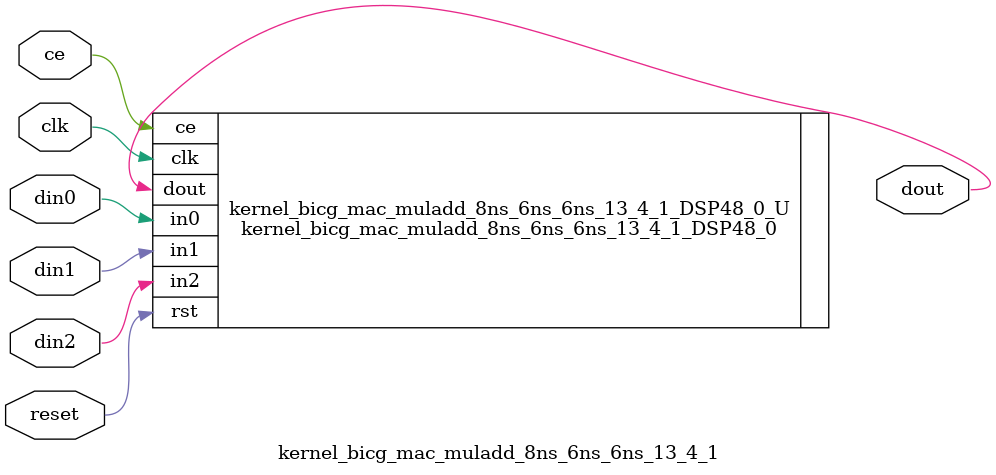
<source format=v>

module kernel_bicg_mac_muladd_8ns_6ns_6ns_13_4_1(clk,reset,ce,din0,din1,din2,dout);  
parameter ID = 32'd1;
parameter NUM_STAGE = 32'd1;
parameter din0_WIDTH = 32'd1;
parameter din1_WIDTH = 32'd1;
parameter din2_WIDTH = 32'd1;
parameter dout_WIDTH = 32'd1;
input clk;
input reset;
input ce;
input[din0_WIDTH - 1:0] din0;
input[din1_WIDTH - 1:0] din1;
input[din2_WIDTH - 1:0] din2;
output[dout_WIDTH - 1:0] dout;
kernel_bicg_mac_muladd_8ns_6ns_6ns_13_4_1_DSP48_0 kernel_bicg_mac_muladd_8ns_6ns_6ns_13_4_1_DSP48_0_U(.clk( clk ),.rst( reset ),.ce( ce ),.in0( din0 ),.in1( din1 ),.in2( din2 ),.dout( dout ));
endmodule

</source>
